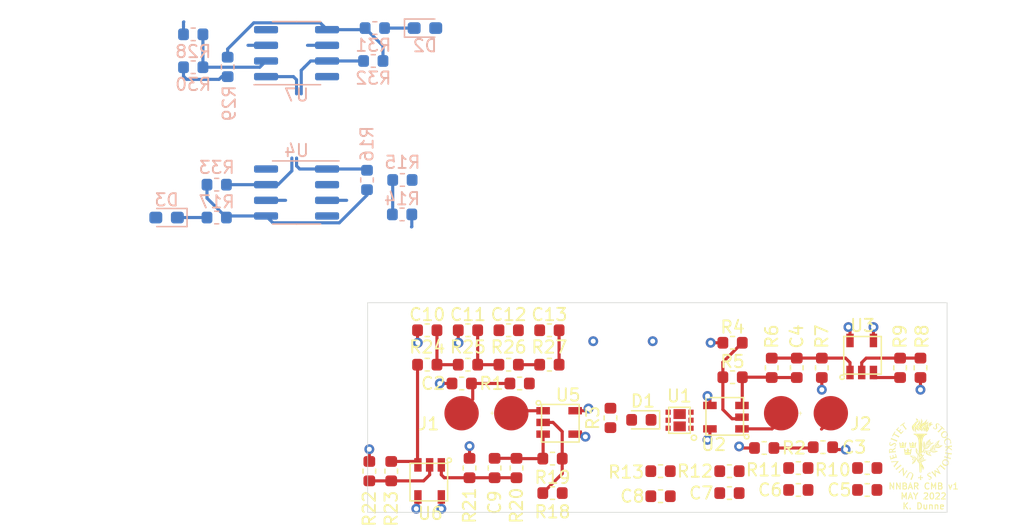
<source format=kicad_pcb>
(kicad_pcb (version 20211014) (generator pcbnew)
  (layers (0 "F.Cu" signal) (1 "In1.Cu" power) (2 "In2.Cu" power) (31 "B.Cu" signal) (34 "B.Paste" user) (35 "F.Paste" user) (36 "B.SilkS" user "B.Silkscreen") (37 "F.SilkS" user "F.Silkscreen") (38 "B.Mask" user) (39 "F.Mask" user) (44 "Edge.Cuts" user))
  (net 0 "")
  (net 1 "GND")
  (net 2 "+48V")
  (net 3 "/5V")
  (net 4 "Net-(U1-Pad1)")
  (net 5 "Net-(U1-Pad2)")
  (net 6 "Net-(U1-Pad6)")
  (net 7 "Net-(C4-Pad1)")
  (net 8 "Net-(C4-Pad2)")
  (net 9 "Net-(C5-Pad1)")
  (net 10 "Net-(R4-Pad1)")
  (net 11 "Net-(R8-Pad1)")
  (net 12 "Net-(R10-Pad1)")
  (net 13 "/LED_ON")
  (net 14 "/SIPM2/+5V")
  (net 15 "/SIPM2/-5V")
  (net 16 "/SIPM1/+5V")
  (net 17 "/SIPM1/-5V")
  (net 18 "/SIPM_2_P")
  (net 19 "/SIPM_2_N")
  (net 20 "/SIPM_1_P")
  (net 21 "/SIPM_1_N")
  (net 22 "/SIPM_2_OUT")
  (net 23 "/SIPM_1_OUT")
  (net 24 "/SIPM_1_BIAS")
  (net 25 "/SIPM_2_BIAS")
  (net 26 "Net-(C6-Pad1)")
  (net 27 "Net-(C7-Pad1)")
  (net 28 "Net-(C9-Pad1)")
  (net 29 "Net-(D1-Pad1)")
  (net 30 "Net-(D1-Pad2)")
  (net 31 "Net-(C9-Pad2)")
  (net 32 "Net-(C10-Pad1)")
  (net 33 "Net-(C11-Pad1)")
  (net 34 "Net-(C12-Pad1)")
  (net 35 "Net-(R14-Pad1)")
  (net 36 "Net-(R18-Pad1)")
  (net 37 "Net-(R22-Pad1)")
  (net 38 "Net-(R23-Pad1)")
  (net 39 "Net-(R28-Pad1)")
  (net 40 "/SIPM2/FILTER_OUT_2")
  (net 41 "/SIPM1/FILTER_OUT_1")
  (net 42 "Net-(R16-Pad1)")
  (net 43 "Net-(D3-Pad1)")
  (net 44 "Net-(R29-Pad1)")
  (net 45 "Net-(D2-Pad1)")
  (net 46 "/SIPM2/5V")
  (net 47 "/SIPM1/5V")
  (footprint "nnbar-calo-prototype:OPA846" (layer "F.Cu") (at 139.125 105.661 90)
    (fp_text reference "U3" (at 3.81 1.016 180) (layer "F.SilkS"))
    (fp_text value "OPAMP" hide)
    (pad "1" smd rect locked (at 0 0 180) (size 0.6 1.1) (layers "F.Cu" "F.Paste" "F.Mask") (net 8 "Net-(C4-Pad2)"))
    (pad "2" smd rect locked (at 0 0.95 180) (size 0.6 1.1) (layers "F.Cu" "F.Paste" "F.Mask") (net 11 "Net-(R8-Pad1)"))
    (pad "3" smd rect locked (at 0 1.9 180) (size 0.6 1.1) (layers "F.Cu" "F.Paste" "F.Mask") (net 12 "Net-(R10-Pad1)"))
    (pad "4" smd rect locked (at 2.6 0 180) (size 0.6 1.1) (layers "F.Cu" "F.Paste" "F.Mask") (net 14 "/SIPM2/+5V"))
    (pad "5" smd rect locked (at 2.6 1.9 180) (size 0.6 1.1) (layers "F.Cu" "F.Paste" "F.Mask") (net 15 "/SIPM2/-5V"))
  )
  (footprint "gbtx-testboard:FDFMA3N109" (layer "F.Cu") (at 125.282 108.582 90)
    (fp_text reference "U1" (at 1.016 0 180) (layer "F.SilkS"))
    (fp_text value "FDFMA3N109")
    (pad "1" smd rect locked (at -1.6 0.95 90) (size 0.42 0.42) (layers "F.Cu" "F.Paste" "F.Mask") (net 4 "Net-(U1-Pad1)"))
    (pad "2" smd rect locked (at -0.95 0.95 90) (size 0.42 0.42) (layers "F.Cu" "F.Paste" "F.Mask") (net 5 "Net-(U1-Pad2)"))
    (pad "3" smd rect locked (at -0.45 0.0254 90) (size 0.8 1) (layers "F.Cu" "F.Paste" "F.Mask") (net 29 "Net-(D1-Pad1)"))
    (pad "3" smd rect locked (at -0.3 0.95 90) (size 0.42 0.42) (layers "F.Cu" "F.Paste" "F.Mask") (net 29 "Net-(D1-Pad1)"))
    (pad "4" smd rect locked (at -0.3 -0.91 90) (size 0.42 0.42) (layers "F.Cu" "F.Paste" "F.Mask") (net 1 "GND"))
    (pad "5" smd rect locked (at -0.95 -0.91 90) (size 0.42 0.42) (layers "F.Cu" "F.Paste" "F.Mask") (net 13 "/LED_ON"))
    (pad "6" smd rect locked (at -1.6 -0.91 90) (size 0.42 0.42) (layers "F.Cu" "F.Paste" "F.Mask") (net 6 "Net-(U1-Pad6)"))
    (pad "K" smd rect locked (at -1.4478 0.0254 90) (size 0.8 1) (layers "F.Cu" "F.Paste" "F.Mask"))
  )
  (footprint "Capacitor_SMD:C_0603_1608Metric" (layer "F.Cu") (at 134.807 105.28 90)
    (fp_text reference "C4" (at 2.54 0 90) (layer "F.SilkS"))
    (fp_text value "20p")
    (pad "1" smd roundrect locked (at -0.7875 0 90) (size 0.875 0.95) (layers "F.Cu" "F.Paste" "F.Mask") (net 7 "Net-(C4-Pad1)"))
    (pad "2" smd roundrect locked (at 0.7875 0 90) (size 0.875 0.95) (layers "F.Cu" "F.Paste" "F.Mask") (net 8 "Net-(C4-Pad2)"))
  )
  (footprint "Capacitor_SMD:C_0603_1608Metric" (layer "F.Cu") (at 110.296 113.408 -90)
    (fp_text reference "C9" (at 2.794 0 90) (layer "F.SilkS"))
    (fp_text value "20p")
    (pad "1" smd roundrect locked (at -0.7875 0 270) (size 0.875 0.95) (layers "F.Cu" "F.Paste" "F.Mask") (net 28 "Net-(C9-Pad1)"))
    (pad "2" smd roundrect locked (at 0.7875 0 270) (size 0.875 0.95) (layers "F.Cu" "F.Paste" "F.Mask") (net 31 "Net-(C9-Pad2)"))
  )
  (footprint "Diode_SMD:D_0603_1608Metric" (layer "F.Cu") (at 122.2 109.5 180)
    (fp_text reference "D1" (at -0.127 1.524) (layer "F.SilkS"))
    (fp_text value "LED")
    (pad "1" smd roundrect locked (at -0.7875 0 180) (size 0.875 0.95) (layers "F.Cu" "F.Paste" "F.Mask") (net 29 "Net-(D1-Pad1)"))
    (pad "2" smd roundrect locked (at 0.7875 0 180) (size 0.875 0.95) (layers "F.Cu" "F.Paste" "F.Mask") (net 30 "Net-(D1-Pad2)"))
  )
  (footprint "Resistor_SMD:R_0603_1608Metric" (layer "F.Cu") (at 144.84 105.28 -90)
    (fp_text reference "R8" (at -2.54 -0.127 90) (layer "F.SilkS"))
    (fp_text value "1k")
    (pad "1" smd roundrect locked (at -0.7875 0 270) (size 0.875 0.95) (layers "F.Cu" "F.Paste" "F.Mask") (net 11 "Net-(R8-Pad1)"))
    (pad "2" smd roundrect locked (at 0.7875 0 270) (size 0.875 0.95) (layers "F.Cu" "F.Paste" "F.Mask") (net 1 "GND"))
  )
  (footprint "Resistor_SMD:R_0603_1608Metric" (layer "F.Cu") (at 114.995 115.44)
    (fp_text reference "R18" (at 0 1.524) (layer "F.SilkS"))
    (fp_text value "51")
    (pad "1" smd roundrect locked (at -0.7875 0) (size 0.875 0.95) (layers "F.Cu" "F.Paste" "F.Mask") (net 36 "Net-(R18-Pad1)"))
    (pad "2" smd roundrect locked (at 0.7875 0) (size 0.875 0.95) (layers "F.Cu" "F.Paste" "F.Mask") (net 1 "GND"))
  )
  (footprint "Resistor_SMD:R_0603_1608Metric" (layer "F.Cu") (at 114.995 112.646)
    (fp_text reference "R19" (at 0 1.524) (layer "F.SilkS"))
    (fp_text value "1k")
    (pad "1" smd roundrect locked (at -0.7875 0) (size 0.875 0.95) (layers "F.Cu" "F.Paste" "F.Mask") (net 28 "Net-(C9-Pad1)"))
    (pad "2" smd roundrect locked (at 0.7875 0) (size 0.875 0.95) (layers "F.Cu" "F.Paste" "F.Mask") (net 36 "Net-(R18-Pad1)"))
  )
  (footprint "Resistor_SMD:R_0603_1608Metric" (layer "F.Cu") (at 112.074 113.408 -90)
    (fp_text reference "R20" (at 3.048 0 90) (layer "F.SilkS"))
    (fp_text value "2200")
    (pad "1" smd roundrect locked (at -0.7875 0 270) (size 0.875 0.95) (layers "F.Cu" "F.Paste" "F.Mask") (net 28 "Net-(C9-Pad1)"))
    (pad "2" smd roundrect locked (at 0.7875 0 270) (size 0.875 0.95) (layers "F.Cu" "F.Paste" "F.Mask") (net 31 "Net-(C9-Pad2)"))
  )
  (footprint "Resistor_SMD:R_0603_1608Metric" (layer "F.Cu") (at 108.264 113.408 90)
    (fp_text reference "R21" (at -3.048 0 90) (layer "F.SilkS"))
    (fp_text value "220")
    (pad "1" smd roundrect locked (at -0.7875 0 90) (size 0.875 0.95) (layers "F.Cu" "F.Paste" "F.Mask") (net 31 "Net-(C9-Pad2)"))
    (pad "2" smd roundrect locked (at 0.7875 0 90) (size 0.875 0.95) (layers "F.Cu" "F.Paste" "F.Mask") (net 1 "GND"))
  )
  (footprint "Resistor_SMD:R_0603_1608Metric" (layer "F.Cu") (at 100.136 113.662 90)
    (fp_text reference "R22" (at -3.048 0 90) (layer "F.SilkS"))
    (fp_text value "1k")
    (pad "1" smd roundrect locked (at -0.7875 0 90) (size 0.875 0.95) (layers "F.Cu" "F.Paste" "F.Mask") (net 37 "Net-(R22-Pad1)"))
    (pad "2" smd roundrect locked (at 0.7875 0 90) (size 0.875 0.95) (layers "F.Cu" "F.Paste" "F.Mask") (net 1 "GND"))
  )
  (footprint "Resistor_SMD:R_0603_1608Metric" (layer "F.Cu") (at 129.6 106.042 180)
    (fp_text reference "R5" (at 0 1.27) (layer "F.SilkS"))
    (fp_text value "1k")
    (pad "1" smd roundrect locked (at -0.7875 0 180) (size 0.875 0.95) (layers "F.Cu" "F.Paste" "F.Mask") (net 7 "Net-(C4-Pad1)"))
    (pad "2" smd roundrect locked (at 0.7875 0 180) (size 0.875 0.95) (layers "F.Cu" "F.Paste" "F.Mask") (net 10 "Net-(R4-Pad1)"))
  )
  (footprint "gbtx-testboard:POGO" (layer "F.Cu") (at 109.62036 108.963)
    (fp_text reference "J1" (at -4.6736 0.8636) (layer "F.SilkS"))
    (fp_text value "POGO PINS")
    (pad "1" smd circle locked (at -2 0) (size 2.79 2.79) (layers "F.Cu" "F.Paste" "F.Mask") (net 24 "/SIPM_1_BIAS"))
    (pad "2" smd circle locked (at 2.03 0) (size 2.79 2.79) (layers "F.Cu" "F.Paste" "F.Mask") (net 23 "/SIPM_1_OUT"))
  )
  (footprint "Resistor_SMD:R_0603_1608Metric" (layer "F.Cu") (at 132.775 105.28 90)
    (fp_text reference "R6" (at 2.54 0 90) (layer "F.SilkS"))
    (fp_text value "2200")
    (pad "1" smd roundrect locked (at -0.7875 0 90) (size 0.875 0.95) (layers "F.Cu" "F.Paste" "F.Mask") (net 7 "Net-(C4-Pad1)"))
    (pad "2" smd roundrect locked (at 0.7875 0 90) (size 0.875 0.95) (layers "F.Cu" "F.Paste" "F.Mask") (net 8 "Net-(C4-Pad2)"))
  )
  (footprint "Resistor_SMD:R_0603_1608Metric" (layer "F.Cu") (at 136.839 105.28 -90)
    (fp_text reference "R7" (at -2.54 0 90) (layer "F.SilkS"))
    (fp_text value "220")
    (pad "1" smd roundrect locked (at -0.7875 0 270) (size 0.875 0.95) (layers "F.Cu" "F.Paste" "F.Mask") (net 8 "Net-(C4-Pad2)"))
    (pad "2" smd roundrect locked (at 0.7875 0 270) (size 0.875 0.95) (layers "F.Cu" "F.Paste" "F.Mask") (net 1 "GND"))
  )
  (footprint "proasic:su-logo-5mm" (layer "F.Cu") (at 144.84 111.884)
    (fp_text reference "G***" hide)
    (fp_text value "LOGO" hide)
  )
  (footprint "nnbar-calo-prototype:OPA846" (layer "F.Cu") (at 115.63 109.7758)
    (fp_text reference "U5" (at 0.635 -2.286) (layer "F.SilkS"))
    (fp_text value "OPAMP" hide)
    (pad "1" smd rect locked (at -1.397 -1.016 90) (size 0.6 1.1) (layers "F.Cu" "F.Paste" "F.Mask") (net 23 "/SIPM_1_OUT"))
    (pad "2" smd rect locked (at -1.397 -0.066 90) (size 0.6 1.1) (layers "F.Cu" "F.Paste" "F.Mask") (net 36 "Net-(R18-Pad1)"))
    (pad "3" smd rect locked (at -1.397 0.884 90) (size 0.6 1.1) (layers "F.Cu" "F.Paste" "F.Mask") (net 28 "Net-(C9-Pad1)"))
    (pad "4" smd rect locked (at 1.203 -1.016 90) (size 0.6 1.1) (layers "F.Cu" "F.Paste" "F.Mask") (net 16 "/SIPM1/+5V"))
    (pad "5" smd rect locked (at 1.203 0.884 90) (size 0.6 1.1) (layers "F.Cu" "F.Paste" "F.Mask") (net 17 "/SIPM1/-5V"))
  )
  (footprint "nnbar-calo-prototype:OPA846" (layer "F.Cu") (at 105.978 113.154 -90)
    (fp_text reference "U6" (at 3.937 0.889 180) (layer "F.SilkS"))
    (fp_text value "OPAMP" hide)
    (pad "1" smd rect locked (at 0 0) (size 0.6 1.1) (layers "F.Cu" "F.Paste" "F.Mask") (net 31 "Net-(C9-Pad2)"))
    (pad "2" smd rect locked (at 0 0.95) (size 0.6 1.1) (layers "F.Cu" "F.Paste" "F.Mask") (net 37 "Net-(R22-Pad1)"))
    (pad "3" smd rect locked (at 0 1.9) (size 0.6 1.1) (layers "F.Cu" "F.Paste" "F.Mask") (net 38 "Net-(R23-Pad1)"))
    (pad "4" smd rect locked (at 2.6 0) (size 0.6 1.1) (layers "F.Cu" "F.Paste" "F.Mask") (net 16 "/SIPM1/+5V"))
    (pad "5" smd rect locked (at 2.6 1.9) (size 0.6 1.1) (layers "F.Cu" "F.Paste" "F.Mask") (net 17 "/SIPM1/-5V"))
  )
  (footprint "nnbar-calo-prototype:OPA846" (layer "F.Cu") (at 130.362 110.233 180)
    (fp_text reference "U2" (at 2.286 -1.27) (layer "F.SilkS"))
    (fp_text value "OPAMP" hide)
    (pad "1" smd rect locked (at 0 0 270) (size 0.6 1.1) (layers "F.Cu" "F.Paste" "F.Mask") (net 22 "/SIPM_2_OUT"))
    (pad "2" smd rect locked (at 0 0.95 270) (size 0.6 1.1) (layers "F.Cu" "F.Paste" "F.Mask") (net 10 "Net-(R4-Pad1)"))
    (pad "3" smd rect locked (at 0 1.9 270) (size 0.6 1.1) (layers "F.Cu" "F.Paste" "F.Mask") (net 7 "Net-(C4-Pad1)"))
    (pad "4" smd rect locked (at 2.6 0 270) (size 0.6 1.1) (layers "F.Cu" "F.Paste" "F.Mask") (net 14 "/SIPM2/+5V"))
    (pad "5" smd rect locked (at 2.6 1.9 270) (size 0.6 1.1) (layers "F.Cu" "F.Paste" "F.Mask") (net 15 "/SIPM2/-5V"))
  )
  (footprint "Capacitor_SMD:C_0603_1608Metric" (layer "F.Cu") (at 111.439 102.232 180)
    (fp_text reference "C12" (at 0 1.27) (layer "F.SilkS"))
    (fp_text value "500p")
    (pad "1" smd roundrect locked (at -0.7875 0 180) (size 0.875 0.95) (layers "F.Cu" "F.Paste" "F.Mask") (net 34 "Net-(C12-Pad1)"))
    (pad "2" smd roundrect locked (at 0.7875 0 180) (size 0.875 0.95) (layers "F.Cu" "F.Paste" "F.Mask") (net 1 "GND"))
  )
  (footprint "Capacitor_SMD:C_0603_1608Metric" (layer "F.Cu") (at 107.629 106.55 180)
    (fp_text reference "C2" (at 2.3115 0) (layer "F.SilkS"))
    (fp_text value "C_Small")
    (pad "1" smd roundrect locked (at -0.7875 0 180) (size 0.875 0.95) (layers "F.Cu" "F.Paste" "F.Mask") (net 24 "/SIPM_1_BIAS"))
    (pad "2" smd roundrect locked (at 0.7875 0 180) (size 0.875 0.95) (layers "F.Cu" "F.Paste" "F.Mask") (net 1 "GND"))
  )
  (footprint "Resistor_SMD:R_0603_1608Metric" (layer "F.Cu") (at 114.741 105.026)
    (fp_text reference "R27" (at 0 -1.43) (layer "F.SilkS"))
    (fp_text value "20")
    (pad "1" smd roundrect locked (at -0.7875 0) (size 0.875 0.95) (layers "F.Cu" "F.Paste" "F.Mask") (net 34 "Net-(C12-Pad1)"))
    (pad "2" smd roundrect locked (at 0.7875 0) (size 0.875 0.95) (layers "F.Cu" "F.Paste" "F.Mask") (net 41 "/SIPM1/FILTER_OUT_1"))
  )
  (footprint "Resistor_SMD:R_0603_1608Metric" (layer "F.Cu") (at 111.439 105.026)
    (fp_text reference "R26" (at 0 -1.43) (layer "F.SilkS"))
    (fp_text value "20")
    (pad "1" smd roundrect locked (at -0.7875 0) (size 0.875 0.95) (layers "F.Cu" "F.Paste" "F.Mask") (net 33 "Net-(C11-Pad1)"))
    (pad "2" smd roundrect locked (at 0.7875 0) (size 0.875 0.95) (layers "F.Cu" "F.Paste" "F.Mask") (net 34 "Net-(C12-Pad1)"))
  )
  (footprint "Capacitor_SMD:C_0603_1608Metric" (layer "F.Cu") (at 108.137 102.232 180)
    (fp_text reference "C11" (at 0 1.27) (layer "F.SilkS"))
    (fp_text value "500p")
    (pad "1" smd roundrect locked (at -0.7875 0 180) (size 0.875 0.95) (layers "F.Cu" "F.Paste" "F.Mask") (net 33 "Net-(C11-Pad1)"))
    (pad "2" smd roundrect locked (at 0.7875 0 180) (size 0.875 0.95) (layers "F.Cu" "F.Paste" "F.Mask") (net 1 "GND"))
  )
  (footprint "Capacitor_SMD:C_0603_1608Metric" (layer "F.Cu") (at 114.741 102.232 180)
    (fp_text reference "C13" (at 0 1.27) (layer "F.SilkS"))
    (fp_text value "500p")
    (pad "1" smd roundrect locked (at -0.7875 0 180) (size 0.875 0.95) (layers "F.Cu" "F.Paste" "F.Mask") (net 41 "/SIPM1/FILTER_OUT_1"))
    (pad "2" smd roundrect locked (at 0.7875 0 180) (size 0.875 0.95) (layers "F.Cu" "F.Paste" "F.Mask") (net 1 "GND"))
  )
  (footprint "Resistor_SMD:R_0603_1608Metric" (layer "F.Cu") (at 104.835 105.026)
    (fp_text reference "R24" (at 0 -1.43) (layer "F.SilkS"))
    (fp_text value "20")
    (pad "1" smd roundrect locked (at -0.7875 0) (size 0.875 0.95) (layers "F.Cu" "F.Paste" "F.Mask") (net 38 "Net-(R23-Pad1)"))
    (pad "2" smd roundrect locked (at 0.7875 0) (size 0.875 0.95) (layers "F.Cu" "F.Paste" "F.Mask") (net 32 "Net-(C10-Pad1)"))
  )
  (footprint "Resistor_SMD:R_0603_1608Metric" (layer "F.Cu") (at 108.137 105.026)
    (fp_text reference "R25" (at 0 -1.43) (layer "F.SilkS"))
    (fp_text value "20")
    (pad "1" smd roundrect locked (at -0.7875 0) (size 0.875 0.95) (layers "F.Cu" "F.Paste" "F.Mask") (net 32 "Net-(C10-Pad1)"))
    (pad "2" smd roundrect locked (at 0.7875 0) (size 0.875 0.95) (layers "F.Cu" "F.Paste" "F.Mask") (net 33 "Net-(C11-Pad1)"))
  )
  (footprint "Resistor_SMD:R_0603_1608Metric" (layer "F.Cu") (at 119.694 109.344 90)
    (fp_text reference "R3" (at 0 -1.43 90) (layer "F.SilkS"))
    (fp_text value "R_Small")
    (pad "1" smd roundrect locked (at -0.7875 0 90) (size 0.875 0.95) (layers "F.Cu" "F.Paste" "F.Mask") (net 30 "Net-(D1-Pad2)"))
    (pad "2" smd roundrect locked (at 0.7875 0 90) (size 0.875 0.95) (layers "F.Cu" "F.Paste" "F.Mask") (net 3 "/5V"))
  )
  (footprint "Resistor_SMD:R_0603_1608Metric" (layer "F.Cu") (at 112.328 106.55)
    (fp_text reference "R1" (at -2.286 0) (layer "F.SilkS"))
    (fp_text value "R_Small")
    (pad "1" smd roundrect locked (at -0.7875 0) (size 0.875 0.95) (layers "F.Cu" "F.Paste" "F.Mask") (net 24 "/SIPM_1_BIAS"))
    (pad "2" smd roundrect locked (at 0.7875 0) (size 0.875 0.95) (layers "F.Cu" "F.Paste" "F.Mask") (net 2 "+48V"))
  )
  (footprint "Resistor_SMD:R_0603_1608Metric" (layer "F.Cu") (at 143.189 105.28 90)
    (fp_text reference "R9" (at 2.54 0 90) (layer "F.SilkS"))
    (fp_text value "18k")
    (pad "1" smd roundrect locked (at -0.7875 0 90) (size 0.875 0.95) (layers "F.Cu" "F.Paste" "F.Mask") (net 12 "Net-(R10-Pad1)"))
    (pad "2" smd roundrect locked (at 0.7875 0 90) (size 0.875 0.95) (layers "F.Cu" "F.Paste" "F.Mask") (net 11 "Net-(R8-Pad1)"))
  )
  (footprint "Resistor_SMD:R_0603_1608Metric" (layer "F.Cu") (at 101.914 113.662 -90)
    (fp_text reference "R23" (at 3.048 0 90) (layer "F.SilkS"))
    (fp_text value "18k")
    (pad "1" smd roundrect locked (at -0.7875 0 270) (size 0.875 0.95) (layers "F.Cu" "F.Paste" "F.Mask") (net 38 "Net-(R23-Pad1)"))
    (pad "2" smd roundrect locked (at 0.7875 0 270) (size 0.875 0.95) (layers "F.Cu" "F.Paste" "F.Mask") (net 37 "Net-(R22-Pad1)"))
  )
  (footprint "Capacitor_SMD:C_0603_1608Metric" (layer "F.Cu") (at 104.835 102.232 180)
    (fp_text reference "C10" (at 0 1.27) (layer "F.SilkS"))
    (fp_text value "500p")
    (pad "1" smd roundrect locked (at -0.7875 0 180) (size 0.875 0.95) (layers "F.Cu" "F.Paste" "F.Mask") (net 32 "Net-(C10-Pad1)"))
    (pad "2" smd roundrect locked (at 0.7875 0 180) (size 0.875 0.95) (layers "F.Cu" "F.Paste" "F.Mask") (net 1 "GND"))
  )
  (footprint "Resistor_SMD:R_0603_1608Metric" (layer "F.Cu") (at 129.6 103.248 180)
    (fp_text reference "R4" (at 0 1.27) (layer "F.SilkS"))
    (fp_text value "51")
    (pad "1" smd roundrect locked (at -0.7875 0 180) (size 0.875 0.95) (layers "F.Cu" "F.Paste" "F.Mask") (net 10 "Net-(R4-Pad1)"))
    (pad "2" smd roundrect locked (at 0.7875 0 180) (size 0.875 0.95) (layers "F.Cu" "F.Paste" "F.Mask") (net 1 "GND"))
  )
  (footprint "gbtx-testboard:POGO" (layer "F.Cu") (at 135.569 108.963 180)
    (fp_text reference "J2" (at -4.445 -0.8636) (layer "F.SilkS"))
    (fp_text value "POGO PINS")
    (pad "1" smd circle locked (at -2 0 180) (size 2.79 2.79) (layers "F.Cu" "F.Paste" "F.Mask") (net 25 "/SIPM_2_BIAS"))
    (pad "2" smd circle locked (at 2.03 0 180) (size 2.79 2.79) (layers "F.Cu" "F.Paste" "F.Mask") (net 22 "/SIPM_2_OUT"))
  )
  (footprint "Resistor_SMD:R_0603_1608Metric" (layer "F.Cu") (at 140.522 113.408 180)
    (fp_text reference "R10" (at 2.794 -0.1524) (layer "F.SilkS"))
    (fp_text value "20")
    (pad "1" smd roundrect locked (at -0.7875 0 180) (size 0.875 0.95) (layers "F.Cu" "F.Paste" "F.Mask") (net 12 "Net-(R10-Pad1)"))
    (pad "2" smd roundrect locked (at 0.7875 0 180) (size 0.875 0.95) (layers "F.Cu" "F.Paste" "F.Mask") (net 9 "Net-(C5-Pad1)"))
  )
  (footprint "Resistor_SMD:R_0603_1608Metric" (layer "F.Cu") (at 134.934 113.408 180)
    (fp_text reference "R11" (at 2.794 -0.1524) (layer "F.SilkS"))
    (fp_text value "20")
    (pad "1" smd roundrect locked (at -0.7875 0 180) (size 0.875 0.95) (layers "F.Cu" "F.Paste" "F.Mask") (net 9 "Net-(C5-Pad1)"))
    (pad "2" smd roundrect locked (at 0.7875 0 180) (size 0.875 0.95) (layers "F.Cu" "F.Paste" "F.Mask") (net 26 "Net-(C6-Pad1)"))
  )
  (footprint "Capacitor_SMD:C_0603_1608Metric" (layer "F.Cu") (at 140.522 115.186)
    (fp_text reference "C5" (at -2.2606 0) (layer "F.SilkS"))
    (fp_text value "500p")
    (pad "1" smd roundrect locked (at -0.7875 0) (size 0.875 0.95) (layers "F.Cu" "F.Paste" "F.Mask") (net 9 "Net-(C5-Pad1)"))
    (pad "2" smd roundrect locked (at 0.7875 0) (size 0.875 0.95) (layers "F.Cu" "F.Paste" "F.Mask") (net 1 "GND"))
  )
  (footprint "Resistor_SMD:R_0603_1608Metric" (layer "F.Cu") (at 129.346 113.662 180)
    (fp_text reference "R12" (at 2.794 0) (layer "F.SilkS"))
    (fp_text value "20")
    (pad "1" smd roundrect locked (at -0.7875 0 180) (size 0.875 0.95) (layers "F.Cu" "F.Paste" "F.Mask") (net 26 "Net-(C6-Pad1)"))
    (pad "2" smd roundrect locked (at 0.7875 0 180) (size 0.875 0.95) (layers "F.Cu" "F.Paste" "F.Mask") (net 27 "Net-(C7-Pad1)"))
  )
  (footprint "Capacitor_SMD:C_0603_1608Metric" (layer "F.Cu") (at 136.9279 111.7189)
    (fp_text reference "C3" (at 2.54 0) (layer "F.SilkS"))
    (fp_text value "C_Small")
    (pad "1" smd roundrect locked (at -0.7875 0) (size 0.875 0.95) (layers "F.Cu" "F.Paste" "F.Mask") (net 25 "/SIPM_2_BIAS"))
    (pad "2" smd roundrect locked (at 0.7875 0) (size 0.875 0.95) (layers "F.Cu" "F.Paste" "F.Mask") (net 1 "GND"))
  )
  (footprint "Capacitor_SMD:C_0603_1608Metric" (layer "F.Cu") (at 134.934 115.186)
    (fp_text reference "C6" (at -2.286 0) (layer "F.SilkS"))
    (fp_text value "500p")
    (pad "1" smd roundrect locked (at -0.7875 0) (size 0.875 0.95) (layers "F.Cu" "F.Paste" "F.Mask") (net 26 "Net-(C6-Pad1)"))
    (pad "2" smd roundrect locked (at 0.7875 0) (size 0.875 0.95) (layers "F.Cu" "F.Paste" "F.Mask") (net 1 "GND"))
  )
  (footprint "MountingHole:MountingHole_2.2mm_M2" (layer "F.Cu") (at 143.7638 110.2584)
    (fp_text reference "REF**" hide)
    (fp_text value "MountingHole_2.2mm_M2")
    (pad "" np_thru_hole circle locked (at -0.2638 -1.7584) (size 2.2 2.2) (drill 2.2) (layers *.Cu *.Mask))
  )
  (footprint "Capacitor_SMD:C_0603_1608Metric" (layer "F.Cu") (at 129.346 115.44)
    (fp_text reference "C7" (at -2.286 0) (layer "F.SilkS"))
    (fp_text value "500p")
    (pad "1" smd roundrect locked (at -0.7875 0) (size 0.875 0.95) (layers "F.Cu" "F.Paste" "F.Mask") (net 27 "Net-(C7-Pad1)"))
    (pad "2" smd roundrect locked (at 0.7875 0) (size 0.875 0.95) (layers "F.Cu" "F.Paste" "F.Mask") (net 1 "GND"))
  )
  (footprint "Resistor_SMD:R_0603_1608Metric" (layer "F.Cu") (at 132.1654 111.7824 180)
    (fp_text reference "R2" (at -2.413 0) (layer "F.SilkS"))
    (fp_text value "R_Small")
    (pad "1" smd roundrect locked (at -0.7875 0 180) (size 0.875 0.95) (layers "F.Cu" "F.Paste" "F.Mask") (net 25 "/SIPM_2_BIAS"))
    (pad "2" smd roundrect locked (at 0.7875 0 180) (size 0.875 0.95) (layers "F.Cu" "F.Paste" "F.Mask") (net 2 "+48V"))
  )
  (footprint "Capacitor_SMD:C_0603_1608Metric" (layer "F.Cu") (at 123.758 115.694)
    (fp_text reference "C8" (at -2.286 0) (layer "F.SilkS"))
    (fp_text value "500p")
    (pad "1" smd roundrect locked (at -0.7875 0) (size 0.875 0.95) (layers "F.Cu" "F.Paste" "F.Mask") (net 40 "/SIPM2/FILTER_OUT_2"))
    (pad "2" smd roundrect locked (at 0.7875 0) (size 0.875 0.95) (layers "F.Cu" "F.Paste" "F.Mask") (net 1 "GND"))
  )
  (footprint "Resistor_SMD:R_0603_1608Metric" (layer "F.Cu") (at 123.758 113.662 180)
    (fp_text reference "R13" (at 2.794 -0.0762) (layer "F.SilkS"))
    (fp_text value "20")
    (pad "1" smd roundrect locked (at -0.7875 0 180) (size 0.875 0.95) (layers "F.Cu" "F.Paste" "F.Mask") (net 27 "Net-(C7-Pad1)"))
    (pad "2" smd roundrect locked (at 0.7875 0 180) (size 0.875 0.95) (layers "F.Cu" "F.Paste" "F.Mask") (net 40 "/SIPM2/FILTER_OUT_2"))
  )
  (footprint "MountingHole:MountingHole_2.2mm_M2" (layer "F.Cu") (at 103.5 108.5)
    (fp_text reference "REF**" hide)
    (fp_text value "MountingHole_2.2mm_M2")
    (pad "" np_thru_hole circle locked (at -1 0) (size 2.2 2.2) (drill 2.2) (layers *.Cu *.Mask))
  )
  (footprint "Resistor_SMD:R_0603_1608Metric" (layer "B.Cu") (at 85.852 78.232 180)
    (fp_text reference "R28" (at 0 -1.397) (layer "B.SilkS") (effects (justify mirror)))
    (fp_text value "1k")
    (pad "1" smd roundrect locked (at -0.7875 0 180) (size 0.875 0.95) (layers "B.Cu" "B.Paste" "B.Mask") (net 39 "Net-(R28-Pad1)"))
    (pad "2" smd roundrect locked (at 0.7875 0 180) (size 0.875 0.95) (layers "B.Cu" "B.Paste" "B.Mask") (net 1 "GND"))
  )
  (footprint "Resistor_SMD:R_0603_1608Metric" (layer "B.Cu") (at 85.852 80.899)
    (fp_text reference "R30" (at 0 1.397) (layer "B.SilkS") (effects (justify mirror)))
    (fp_text value "10k")
    (pad "1" smd roundrect locked (at -0.7875 0) (size 0.875 0.95) (layers "B.Cu" "B.Paste" "B.Mask") (net 20 "/SIPM_1_P"))
    (pad "2" smd roundrect locked (at 0.7875 0) (size 0.875 0.95) (layers "B.Cu" "B.Paste" "B.Mask") (net 39 "Net-(R28-Pad1)"))
  )
  (footprint "Resistor_SMD:R_0603_1608Metric" (layer "B.Cu") (at 88.646 80.8735 -90)
    (fp_text reference "R29" (at 2.9465 -0.127 90) (layer "B.SilkS") (effects (justify mirror)))
    (fp_text value "100")
    (pad "1" smd roundrect locked (at -0.7875 0 270) (size 0.875 0.95) (layers "B.Cu" "B.Paste" "B.Mask") (net 44 "Net-(R29-Pad1)"))
    (pad "2" smd roundrect locked (at 0.7875 0 270) (size 0.875 0.95) (layers "B.Cu" "B.Paste" "B.Mask") (net 20 "/SIPM_1_P"))
  )
  (footprint "Package_SO:SOIC-8_3.9x4.9mm_P1.27mm" (layer "B.Cu") (at 94.234 79.756)
    (fp_text reference "U7" (at 0 3.4) (layer "B.SilkS") (effects (justify mirror)))
    (fp_text value "AD8039")
    (pad "1" smd roundrect locked (at -2.475 1.905) (size 1.95 0.6) (layers "B.Cu" "B.Paste" "B.Mask") (net 20 "/SIPM_1_P"))
    (pad "2" smd roundrect locked (at -2.475 0.635) (size 1.95 0.6) (layers "B.Cu" "B.Paste" "B.Mask") (net 39 "Net-(R28-Pad1)"))
    (pad "3" smd roundrect locked (at -2.475 -0.635) (size 1.95 0.6) (layers "B.Cu" "B.Paste" "B.Mask") (net 41 "/SIPM1/FILTER_OUT_1"))
    (pad "4" smd roundrect locked (at -2.475 -1.905) (size 1.95 0.6) (layers "B.Cu" "B.Paste" "B.Mask") (net 17 "/SIPM1/-5V"))
    (pad "5" smd roundrect locked (at 2.475 -1.905) (size 1.95 0.6) (layers "B.Cu" "B.Paste" "B.Mask") (net 44 "Net-(R29-Pad1)"))
    (pad "6" smd roundrect locked (at 2.475 -0.635) (size 1.95 0.6) (layers "B.Cu" "B.Paste" "B.Mask") (net 1 "GND"))
    (pad "7" smd roundrect locked (at 2.475 0.635) (size 1.95 0.6) (layers "B.Cu" "B.Paste" "B.Mask") (net 21 "/SIPM_1_N"))
    (pad "8" smd roundrect locked (at 2.475 1.905) (size 1.95 0.6) (layers "B.Cu" "B.Paste" "B.Mask") (net 47 "/SIPM1/5V"))
  )
  (footprint "Diode_SMD:D_0603_1608Metric_Pad1.05x0.95mm_HandSolder" (layer "B.Cu") (at 83.693 93.091 180)
    (fp_text reference "D3" (at 0 1.43) (layer "B.SilkS") (effects (justify mirror)))
    (fp_text value "D_Zener")
    (pad "1" smd roundrect locked (at -0.875 0 180) (size 1.05 0.95) (layers "B.Cu" "B.Paste" "B.Mask") (net 43 "Net-(D3-Pad1)"))
    (pad "2" smd roundrect locked (at 0.875 0 180) (size 1.05 0.95) (layers "B.Cu" "B.Paste" "B.Mask") (net 15 "/SIPM2/-5V"))
  )
  (footprint "Resistor_SMD:R_0603_1608Metric" (layer "B.Cu") (at 87.757 90.424 180)
    (fp_text reference "R33" (at 0 1.397) (layer "B.SilkS") (effects (justify mirror)))
    (fp_text value "100")
    (pad "1" smd roundrect locked (at -0.7875 0 180) (size 0.875 0.95) (layers "B.Cu" "B.Paste" "B.Mask") (net 19 "/SIPM_2_N"))
    (pad "2" smd roundrect locked (at 0.7875 0 180) (size 0.875 0.95) (layers "B.Cu" "B.Paste" "B.Mask") (net 42 "Net-(R16-Pad1)"))
  )
  (footprint "Package_SO:SOIC-8_3.9x4.9mm_P1.27mm" (layer "B.Cu") (at 94.234 91.059 180)
    (fp_text reference "U4" (at 0 3.4) (layer "B.SilkS") (effects (justify mirror)))
    (fp_text value "AD8039")
    (pad "1" smd roundrect locked (at -2.475 1.905 180) (size 1.95 0.6) (layers "B.Cu" "B.Paste" "B.Mask") (net 18 "/SIPM_2_P"))
    (pad "2" smd roundrect locked (at -2.475 0.635 180) (size 1.95 0.6) (layers "B.Cu" "B.Paste" "B.Mask") (net 35 "Net-(R14-Pad1)"))
    (pad "3" smd roundrect locked (at -2.475 -0.635 180) (size 1.95 0.6) (layers "B.Cu" "B.Paste" "B.Mask") (net 40 "/SIPM2/FILTER_OUT_2"))
    (pad "4" smd roundrect locked (at -2.475 -1.905 180) (size 1.95 0.6) (layers "B.Cu" "B.Paste" "B.Mask") (net 15 "/SIPM2/-5V"))
    (pad "5" smd roundrect locked (at 2.475 -1.905 180) (size 1.95 0.6) (layers "B.Cu" "B.Paste" "B.Mask") (net 42 "Net-(R16-Pad1)"))
    (pad "6" smd roundrect locked (at 2.475 -0.635 180) (size 1.95 0.6) (layers "B.Cu" "B.Paste" "B.Mask") (net 1 "GND"))
    (pad "7" smd roundrect locked (at 2.475 0.635 180) (size 1.95 0.6) (layers "B.Cu" "B.Paste" "B.Mask") (net 19 "/SIPM_2_N"))
    (pad "8" smd roundrect locked (at 2.475 1.905 180) (size 1.95 0.6) (layers "B.Cu" "B.Paste" "B.Mask") (net 46 "/SIPM2/5V"))
  )
  (footprint "Resistor_SMD:R_0603_1608Metric" (layer "B.Cu") (at 99.949 90.043 90)
    (fp_text reference "R16" (at 2.921 0 90) (layer "B.SilkS") (effects (justify mirror)))
    (fp_text value "100")
    (pad "1" smd roundrect locked (at -0.7875 0 90) (size 0.875 0.95) (layers "B.Cu" "B.Paste" "B.Mask") (net 42 "Net-(R16-Pad1)"))
    (pad "2" smd roundrect locked (at 0.7875 0 90) (size 0.875 0.95) (layers "B.Cu" "B.Paste" "B.Mask") (net 18 "/SIPM_2_P"))
  )
  (footprint "Resistor_SMD:R_0603_1608Metric" (layer "B.Cu") (at 87.757 93.091 180)
    (fp_text reference "R17" (at 0 1.27) (layer "B.SilkS") (effects (justify mirror)))
    (fp_text value "100")
    (pad "1" smd roundrect locked (at -0.7875 0 180) (size 0.875 0.95) (layers "B.Cu" "B.Paste" "B.Mask") (net 42 "Net-(R16-Pad1)"))
    (pad "2" smd roundrect locked (at 0.7875 0 180) (size 0.875 0.95) (layers "B.Cu" "B.Paste" "B.Mask") (net 43 "Net-(D3-Pad1)"))
  )
  (footprint "Resistor_SMD:R_0603_1608Metric" (layer "B.Cu") (at 100.457 80.391)
    (fp_text reference "R32" (at 0 1.397) (layer "B.SilkS") (effects (justify mirror)))
    (fp_text value "100")
    (pad "1" smd roundrect locked (at -0.7875 0) (size 0.875 0.95) (layers "B.Cu" "B.Paste" "B.Mask") (net 21 "/SIPM_1_N"))
    (pad "2" smd roundrect locked (at 0.7875 0) (size 0.875 0.95) (layers "B.Cu" "B.Paste" "B.Mask") (net 44 "Net-(R29-Pad1)"))
  )
  (footprint "Resistor_SMD:R_0603_1608Metric" (layer "B.Cu") (at 100.584 77.724)
    (fp_text reference "R31" (at -0.127 1.397) (layer "B.SilkS") (effects (justify mirror)))
    (fp_text value "100")
    (pad "1" smd roundrect locked (at -0.7875 0) (size 0.875 0.95) (layers "B.Cu" "B.Paste" "B.Mask") (net 44 "Net-(R29-Pad1)"))
    (pad "2" smd roundrect locked (at 0.7875 0) (size 0.875 0.95) (layers "B.Cu" "B.Paste" "B.Mask") (net 45 "Net-(D2-Pad1)"))
  )
  (footprint "Diode_SMD:D_0603_1608Metric_Pad1.05x0.95mm_HandSolder" (layer "B.Cu") (at 104.648 77.724)
    (fp_text reference "D2" (at 0 1.43) (layer "B.SilkS") (effects (justify mirror)))
    (fp_text value "D_Zener")
    (pad "1" smd roundrect locked (at -0.875 0) (size 1.05 0.95) (layers "B.Cu" "B.Paste" "B.Mask") (net 45 "Net-(D2-Pad1)"))
    (pad "2" smd roundrect locked (at 0.875 0) (size 1.05 0.95) (layers "B.Cu" "B.Paste" "B.Mask") (net 17 "/SIPM1/-5V"))
  )
  (footprint "Resistor_SMD:R_0603_1608Metric" (layer "B.Cu") (at 102.7938 92.837)
    (fp_text reference "R14" (at 0 -1.27) (layer "B.SilkS") (effects (justify mirror)))
    (fp_text value "1k")
    (pad "1" smd roundrect locked (at -0.7875 0) (size 0.875 0.95) (layers "B.Cu" "B.Paste" "B.Mask") (net 35 "Net-(R14-Pad1)"))
    (pad "2" smd roundrect locked (at 0.7875 0) (size 0.875 0.95) (layers "B.Cu" "B.Paste" "B.Mask") (net 1 "GND"))
  )
  (footprint "Resistor_SMD:R_0603_1608Metric" (layer "B.Cu") (at 102.8193 90.043 180)
    (fp_text reference "R15" (at 0 1.43) (layer "B.SilkS") (effects (justify mirror)))
    (fp_text value "10k")
    (pad "1" smd roundrect locked (at -0.7875 0 180) (size 0.875 0.95) (layers "B.Cu" "B.Paste" "B.Mask") (net 18 "/SIPM_2_P"))
    (pad "2" smd roundrect locked (at 0.7875 0 180) (size 0.875 0.95) (layers "B.Cu" "B.Paste" "B.Mask") (net 35 "Net-(R14-Pad1)"))
  )
  (gr_line (start 100 117) (end 100 100) (layer "Edge.Cuts") (width 0.05))
  (gr_line (start 100 100) (end 147 100) (layer "Edge.Cuts") (width 0.05))
  (gr_line (start 147 100) (end 147 117) (layer "Edge.Cuts") (width 0.05))
  (gr_line (start 100 117) (end 147 117) (layer "Edge.Cuts") (width 0.05))
  (gr_text "NNBAR CMB v1\nMAY 2022\nK. Dunne" (at 145.094 115.694) (layer "F.SilkS") (effects (font (size 0.5 0.5) (thickness 0.08))))
  (segment (start 104.0475 102.232) (end 104.0475 103.2225) (width 0.254) (layer "F.Cu") (net 1))
  (segment (start 104.0475 103.2225) (end 104.073 103.248) (width 0.254) (layer "F.Cu") (net 1))
  (segment (start 106.8415 106.55) (end 105.851 106.55) (width 0.254) (layer "F.Cu") (net 1))
  (segment (start 107.3495 102.232) (end 107.3495 103.2225) (width 0.254) (layer "F.Cu") (net 1))
  (segment (start 107.3495 103.2225) (end 107.375 103.248) (width 0.254) (layer "F.Cu") (net 1))
  (segment (start 137.7789 111.9094) (end 138.7694 111.9094) (width 0.254) (layer "F.Cu") (net 1))
  (segment (start 136.839 106.0675) (end 136.839 107.058) (width 0.254) (layer "F.Cu") (net 1))
  (segment (start 128.8125 103.248) (end 127.822 103.248) (width 0.254) (layer "F.Cu") (net 1))
  (segment (start 144.84 106.0675) (end 144.84 107.058) (width 0.254) (layer "F.Cu") (net 1))
  (segment (start 100.136 112.8745) (end 100.136 111.884) (width 0.254) (layer "F.Cu") (net 1))
  (segment (start 108.264 112.6205) (end 108.264 111.63) (width 0.254) (layer "F.Cu") (net 1))
  (via (at 104.073 103.248) (size 0.8) (drill 0.4) (layers "F.Cu" "B.Cu") (net 1))
  (via (at 107.375 103.248) (size 0.8) (drill 0.4) (layers "F.Cu" "B.Cu") (net 1))
  (via (at 105.851 106.55) (size 0.8) (drill 0.4) (layers "F.Cu" "B.Cu") (net 1))
  (via (at 127.822 103.248) (size 0.8) (drill 0.4) (layers "F.Cu" "B.Cu") (net 1))
  (via (at 138.7694 111.9094) (size 0.8) (drill 0.4) (layers "F.Cu" "B.Cu") (net 1))
  (via (at 136.839 107.058) (size 0.8) (drill 0.4) (layers "F.Cu" "B.Cu") (net 1))
  (via (at 100.136 111.884) (size 0.8) (drill 0.4) (layers "F.Cu" "B.Cu") (net 1))
  (via (at 123.123 103.121) (size 0.8) (drill 0.4) (layers "F.Cu" "B.Cu") (net 1))
  (via (at 144.84 107.058) (size 0.8) (drill 0.4) (layers "F.Cu" "B.Cu") (net 1))
  (via (at 108.264 111.63) (size 0.8) (drill 0.4) (layers "F.Cu" "B.Cu") (net 1))
  (segment (start 91.759 91.694) (end 93.345 91.694) (width 0.254) (layer "B.Cu") (net 1))
  (segment (start 103.5813 92.837) (end 103.5813 93.8275) (width 0.254) (layer "B.Cu") (net 1))
  (segment (start 103.5813 93.8275) (end 103.5558 93.853) (width 0.254) (layer "B.Cu") (net 1))
  (segment (start 85.0645 77.2415) (end 85.09 77.216) (width 0.254) (layer "B.Cu") (net 1))
  (segment (start 85.0645 78.232) (end 85.0645 77.2415) (width 0.254) (layer "B.Cu") (net 1))
  (segment (start 96.709 79.121) (end 95.123 79.121) (width 0.254) (layer "B.Cu") (net 1))
  (segment (start 130.2604 111.7824) (end 130.1334 111.6554) (width 0.254) (layer "F.Cu") (net 2))
  (segment (start 131.3779 111.7824) (end 130.2604 111.7824) (width 0.254) (layer "F.Cu") (net 2))
  (via (at 130.1334 111.6554) (size 0.8) (drill 0.4) (layers "F.Cu" "B.Cu") (net 2))
  (segment (start 130.3875 108.4345) (end 130.362 108.46) (width 0.254) (layer "F.Cu") (net 7))
  (segment (start 130.3875 106.042) (end 130.3875 108.1805) (width 0.254) (layer "F.Cu") (net 7))
  (segment (start 130.362 106.0675) (end 130.3875 106.042) (width 0.254) (layer "F.Cu") (net 7))
  (segment (start 132.7495 106.042) (end 132.775 106.0675) (width 0.254) (layer "F.Cu") (net 7))
  (segment (start 134.807 106.0675) (end 132.775 106.0675) (width 0.254) (layer "F.Cu") (net 7))
  (segment (start 130.3875 106.042) (end 132.7495 106.042) (width 0.254) (layer "F.Cu") (net 7))
  (segment (start 132.775 104.4925) (end 134.807 104.4925) (width 0.254) (layer "F.Cu") (net 8))
  (segment (start 138.7605 104.4925) (end 139.125 104.857) (width 0.254) (layer "F.Cu") (net 8))
  (segment (start 139.125 104.857) (end 139.125 105.661) (width 0.254) (layer "F.Cu") (net 8))
  (segment (start 136.839 104.4925) (end 134.807 104.4925) (width 0.254) (layer "F.Cu") (net 8))
  (segment (start 136.839 104.4925) (end 138.7605 104.4925) (width 0.254) (layer "F.Cu") (net 8))
  (segment (start 128.8125 106.042) (end 128.8125 104.823) (width 0.254) (layer "F.Cu") (net 10))
  (segment (start 129.558 109.41) (end 130.362 109.41) (width 0.254) (layer "F.Cu") (net 10))
  (segment (start 128.8125 106.042) (end 128.8125 108.6645) (width 0.254) (layer "F.Cu") (net 10))
  (segment (start 128.8125 104.823) (end 130.3875 103.248) (width 0.254) (layer "F.Cu") (net 10))
  (segment (start 128.8125 108.6645) (end 129.558 109.41) (width 0.254) (layer "F.Cu") (net 10))
  (segment (start 130.362 109.41) (end 130.004798 109.41) (width 0.254) (layer "F.Cu") (net 10))
  (segment (start 140.075 105.661) (end 140.075 104.857) (width 0.254) (layer "F.Cu") (net 11))
  (segment (start 140.4395 104.4925) (end 142.714 104.4925) (width 0.254) (layer "F.Cu") (net 11))
  (segment (start 144.84 104.4925) (end 143.189 104.4925) (width 0.254) (layer "F.Cu") (net 11))
  (segment (start 140.075 104.857) (end 140.4395 104.4925) (width 0.254) (layer "F.Cu") (net 11))
  (segment (start 142.714 104.4925) (end 143.189 104.4925) (width 0.254) (layer "F.Cu") (net 11))
  (segment (start 143.189 106.0675) (end 141.0505 106.0675) (width 0.254) (layer "F.Cu") (net 12))
  (segment (start 141.0505 106.0675) (end 141.025 106.042) (width 0.254) (layer "F.Cu") (net 12))
  (segment (start 127.762 110.233) (end 127.762 110.928) (width 0.254) (layer "F.Cu") (net 14))
  (segment (start 139.125 103.061) (end 139.125 102.105) (width 0.254) (layer "F.Cu") (net 14))
  (segment (start 127.762 110.928) (end 127.568 111.122) (width 0.254) (layer "F.Cu") (net 14))
  (segment (start 139.125 102.105) (end 138.998 101.978) (width 0.254) (layer "F.Cu") (net 14))
  (via (at 127.568 111.122) (size 0.8) (drill 0.4) (layers "F.Cu" "B.Cu") (net 14))
  (via (at 138.998 101.978) (size 0.8) (drill 0.4) (layers "F.Cu" "B.Cu") (net 14))
  (segment (start 141.025 103.061) (end 141.025 101.983) (width 0.254) (layer "F.Cu") (net 15))
  (segment (start 127.762 107.76) (end 127.568 107.566) (width 0.254) (layer "F.Cu") (net 15))
  (segment (start 141.025 101.983) (end 141.03 101.978) (width 0.254) (layer "F.Cu") (net 15))
  (segment (start 127.762 108.333) (end 127.762 107.76) (width 0.254) (layer "F.Cu") (net 15))
  (via (at 127.568 107.566) (size 0.8) (drill 0.4) (layers "F.Cu" "B.Cu") (net 15))
  (via (at 141.03 101.978) (size 0.8) (drill 0.4) (layers "F.Cu" "B.Cu") (net 15))
  (segment (start 117.7382 108.7598) (end 117.916 108.582) (width 0.254) (layer "F.Cu") (net 16))
  (segment (start 105.978 115.754) (end 105.978 116.71) (width 0.254) (layer "F.Cu") (net 16))
  (segment (start 116.833 108.7598) (end 117.7382 108.7598) (width 0.254) (layer "F.Cu") (net 16))
  (via (at 117.916 108.582) (size 0.8) (drill 0.4) (layers "F.Cu" "B.Cu") (net 16))
  (via (at 105.978 116.71) (size 0.8) (drill 0.4) (layers "F.Cu" "B.Cu") (net 16))
  (segment (start 116.833 110.6598) (end 117.4538 110.6598) (width 0.254) (layer "F.Cu") (net 17))
  (segment (start 117.4538 110.6598) (end 117.662 110.868) (width 0.254) (layer "F.Cu") (net 17))
  (segment (start 104.078 115.754) (end 104.078 116.578) (width 0.254) (layer "F.Cu") (net 17))
  (segment (start 104.078 116.578) (end 103.946 116.71) (width 0.254) (layer "F.Cu") (net 17))
  (via (at 103.946 116.71) (size 0.8) (drill 0.4) (layers "F.Cu" "B.Cu") (net 17))
  (via (at 117.662 110.868) (size 0.8) (drill 0.4) (layers "F.Cu" "B.Cu") (net 17))
  (segment (start 96.709 89.154) (end 99.8475 89.154) (width 0.254) (layer "B.Cu") (net 18))
  (segment (start 96.709 89.154) (end 94.488 89.154) (width 0.254) (layer "B.Cu") (net 18))
  (segment (start 94.488 89.154) (end 94.23401 88.90001) (width 0.254) (layer "B.Cu") (net 18))
  (segment (start 94.23401 88.90001) (end 94.23401 88.265) (width 0.254) (layer "B.Cu") (net 18))
  (segment (start 99.8475 89.154) (end 99.949 89.2555) (width 0.254) (layer "B.Cu") (net 18))
  (segment (start 91.759 90.424) (end 92.734 90.424) (width 0.254) (layer "B.Cu") (net 19))
  (segment (start 92.734 90.424) (end 93.853 89.305) (width 0.254) (layer "B.Cu") (net 19))
  (segment (start 93.853 89.305) (end 93.853 88.265) (width 0.254) (layer "B.Cu") (net 19))
  (segment (start 88.5445 90.424) (end 91.759 90.424) (width 0.254) (layer "B.Cu") (net 19))
  (segment (start 87.94999 81.88201) (end 85.31851 81.88201) (width 0.254) (layer "B.Cu") (net 20))
  (segment (start 88.171 81.661) (end 87.94999 81.88201) (width 0.254) (layer "B.Cu") (net 20))
  (segment (start 88.646 81.661) (end 88.171 81.661) (width 0.254) (layer "B.Cu") (net 20))
  (segment (start 91.759 81.661) (end 93.97999 81.661) (width 0.254) (layer "B.Cu") (net 20))
  (segment (start 85.0645 81.628) (end 85.0645 81.153) (width 0.254) (layer "B.Cu") (net 20))
  (segment (start 94.23399 81.915) (end 94.23399 83.058) (width 0.254) (layer "B.Cu") (net 20))
  (segment (start 85.31851 81.88201) (end 85.0645 81.628) (width 0.254) (layer "B.Cu") (net 20))
  (segment (start 93.97999 81.661) (end 94.23399 81.915) (width 0.254) (layer "B.Cu") (net 20))
  (segment (start 99.6695 80.391) (end 99.232 80.391) (width 0.254) (layer "B.Cu") (net 21))
  (segment (start 95.377 80.391) (end 94.869 80.899) (width 0.254) (layer "B.Cu") (net 21))
  (segment (start 96.709 80.391) (end 95.377 80.391) (width 0.254) (layer "B.Cu") (net 21))
  (segment (start 99.6695 80.391) (end 96.709 80.391) (width 0.254) (layer "B.Cu") (net 21))
  (segment (start 94.615 81.153) (end 94.615 83.058) (width 0.254) (layer "B.Cu") (net 21))
  (segment (start 94.869 80.899) (end 94.615 81.153) (width 0.254) (layer "B.Cu") (net 21))
  (segment (start 132.8024 110.233) (end 133.539 109.4964) (width 0.254) (layer "F.Cu") (net 22))
  (segment (start 130.4636 110.2584) (end 130.362 110.36) (width 0.254) (layer "F.Cu") (net 22))
  (segment (start 130.362 110.233) (end 132.8024 110.233) (width 0.254) (layer "F.Cu") (net 22))
  (segment (start 111.8942 108.7598) (end 111.1576 109.4964) (width 0.254) (layer "F.Cu") (net 23))
  (segment (start 114.233 108.7598) (end 111.8942 108.7598) (width 0.254) (layer "F.Cu") (net 23))
  (segment (start 108.4165 106.55) (end 110.3975 106.55) (width 0.254) (layer "F.Cu") (net 24))
  (segment (start 108.522599 106.656099) (end 108.4165 106.55) (width 0.254) (layer "F.Cu") (net 24))
  (segment (start 107.1276 109.4964) (end 108.522599 108.101401) (width 0.254) (layer "F.Cu") (net 24))
  (segment (start 110.3975 106.55) (end 111.5405 106.55) (width 0.254) (layer "F.Cu") (net 24))
  (segment (start 108.522599 107.847401) (end 108.522599 106.656099) (width 0.254) (layer "F.Cu") (net 24))
  (segment (start 132.9529 111.7824) (end 136.0769 111.7824) (width 0.254) (layer "F.Cu") (net 25))
  (segment (start 136.0769 111.7824) (end 136.1404 111.7189) (width 0.254) (layer "F.Cu") (net 25))
  (segment (start 136.8135 110.2519) (end 137.569 109.4964) (width 0.254) (layer "F.Cu") (net 25))
  (segment (start 114.3345 112.646) (end 112.0995 112.646) (width 0.254) (layer "F.Cu") (net 28))
  (segment (start 114.233 110.6598) (end 114.233 112.6205) (width 0.254) (layer "F.Cu") (net 28))
  (segment (start 110.296 112.6205) (end 112.074 112.6205) (width 0.254) (layer "F.Cu") (net 28))
  (segment (start 114.233 112.6205) (end 114.2075 112.646) (width 0.254) (layer "F.Cu") (net 28))
  (segment (start 112.0995 112.646) (end 112.074 112.6205) (width 0.254) (layer "F.Cu") (net 28))
  (segment (start 114.2075 112.646) (end 114.2075 112.6715) (width 0.254) (layer "F.Cu") (net 28))
  (segment (start 114.309 112.6205) (end 114.3345 112.646) (width 0.254) (layer "F.Cu") (net 28))
  (segment (start 105.978 113.958) (end 106.2155 114.1955) (width 0.254) (layer "F.Cu") (net 31))
  (segment (start 108.264 114.1955) (end 112.074 114.1955) (width 0.254) (layer "F.Cu") (net 31))
  (segment (start 107.789 114.1955) (end 108.264 114.1955) (width 0.254) (layer "F.Cu") (net 31))
  (segment (start 105.978 113.154) (end 105.978 113.958) (width 0.254) (layer "F.Cu") (net 31))
  (segment (start 106.2155 114.1955) (end 107.789 114.1955) (width 0.254) (layer "F.Cu") (net 31))
  (segment (start 105.6225 105.026) (end 107.3495 105.026) (width 0.254) (layer "F.Cu") (net 32))
  (segment (start 105.6225 105.026) (end 105.6225 102.232) (width 0.254) (layer "F.Cu") (net 32))
  (segment (start 108.9245 105.026) (end 110.6515 105.026) (width 0.254) (layer "F.Cu") (net 33))
  (segment (start 108.9245 105.026) (end 108.9245 102.232) (width 0.254) (layer "F.Cu") (net 33))
  (segment (start 113.9535 105.026) (end 112.2265 105.026) (width 0.254) (layer "F.Cu") (net 34))
  (segment (start 102.0318 92.8115) (end 102.0063 92.837) (width 0.254) (layer "B.Cu") (net 35))
  (segment (start 102.0318 90.043) (end 102.0318 92.8115) (width 0.254) (layer "B.Cu") (net 35))
  (segment (start 115.037 109.7098) (end 115.7825 110.4553) (width 0.254) (layer "F.Cu") (net 36))
  (segment (start 115.7825 110.4553) (end 115.7825 112.171) (width 0.254) (layer "F.Cu") (net 36))
  (segment (start 115.7825 113.865) (end 114.2075 115.44) (width 0.254) (layer "F.Cu") (net 36))
  (segment (start 115.7825 112.646) (end 115.7825 113.865) (width 0.254) (layer "F.Cu") (net 36))
  (segment (start 115.7825 112.171) (end 115.7825 112.646) (width 0.254) (layer "F.Cu") (net 36))
  (segment (start 114.233 109.7098) (end 115.037 109.7098) (width 0.254) (layer "F.Cu") (net 36))
  (segment (start 104.5365 114.4495) (end 105.028 113.958) (width 0.254) (layer "F.Cu") (net 37))
  (segment (start 105.028 113.958) (end 105.028 113.154) (width 0.254) (layer "F.Cu") (net 37))
  (segment (start 101.914 114.4495) (end 104.5365 114.4495) (width 0.254) (layer "F.Cu") (net 37))
  (segment (start 100.136 114.4495) (end 101.914 114.4495) (width 0.254) (layer "F.Cu") (net 37))
  (segment (start 104.0475 113.1235) (end 104.078 113.154) (width 0.254) (layer "F.Cu") (net 38))
  (segment (start 103.7985 112.8745) (end 104.078 113.154) (width 0.254) (layer "F.Cu") (net 38))
  (segment (start 104.0475 105.026) (end 104.0475 113.1235) (width 0.254) (layer "F.Cu") (net 38))
  (segment (start 101.914 112.8745) (end 103.7985 112.8745) (width 0.254) (layer "F.Cu") (net 38))
  (segment (start 86.6395 80.899) (end 91.251 80.899) (width 0.254) (layer "B.Cu") (net 39))
  (segment (start 91.251 80.899) (end 91.759 80.391) (width 0.254) (layer "B.Cu") (net 39))
  (segment (start 86.6395 78.232) (end 86.6395 81.153) (width 0.254) (layer "B.Cu") (net 39))
  (segment (start 96.709 91.694) (end 98.298 91.694) (width 0.254) (layer "B.Cu") (net 40))
  (segment (start 115.5285 105.026) (end 115.5285 102.232) (width 0.254) (layer "F.Cu") (net 41))
  (via (at 118.297 103.121) (size 0.8) (drill 0.4) (layers "F.Cu" "B.Cu") (net 41))
  (segment (start 91.759 79.121) (end 90.297 79.121) (width 0.254) (layer "B.Cu") (net 41))
  (segment (start 92.059 93.264) (end 91.759 92.964) (width 0.254) (layer "B.Cu") (net 42))
  (segment (start 97.701348 93.51801) (end 92.31301 93.51801) (width 0.254) (layer "B.Cu") (net 42))
  (segment (start 88.6715 92.964) (end 88.5445 93.091) (width 0.254) (layer "B.Cu") (net 42))
  (segment (start 92.31301 93.51801) (end 92.059 93.264) (width 0.254) (layer "B.Cu") (net 42))
  (segment (start 86.9695 90.424) (end 86.9695 91.516) (width 0.254) (layer "B.Cu") (net 42))
  (segment (start 99.949 91.270358) (end 97.701348 93.51801) (width 0.254) (layer "B.Cu") (net 42))
  (segment (start 86.9695 91.516) (end 88.5445 93.091) (width 0.254) (layer "B.Cu") (net 42))
  (segment (start 91.759 92.964) (end 88.6715 92.964) (width 0.254) (layer "B.Cu") (net 42))
  (segment (start 99.949 90.8305) (end 99.949 91.270358) (width 0.254) (layer "B.Cu") (net 42))
  (segment (start 84.441 93.091) (end 86.8425 93.091) (width 0.254) (layer "B.Cu") (net 43))
  (segment (start 101.2445 80.391) (end 101.2445 79.172) (width 0.254) (layer "B.Cu") (net 44))
  (segment (start 101.2445 79.172) (end 99.7965 77.724) (width 0.254) (layer "B.Cu") (net 44))
  (segment (start 99.6695 77.851) (end 99.7965 77.724) (width 0.254) (layer "B.Cu") (net 44))
  (segment (start 96.15499 77.29699) (end 96.409 77.551) (width 0.254) (layer "B.Cu") (net 44))
  (segment (start 88.646 79.417642) (end 90.766652 77.29699) (width 0.254) (layer "B.Cu") (net 44))
  (segment (start 90.766652 77.29699) (end 96.15499 77.29699) (width 0.254) (layer "B.Cu") (net 44))
  (segment (start 96.409 77.551) (end 96.709 77.851) (width 0.254) (layer "B.Cu") (net 44))
  (segment (start 96.709 77.851) (end 99.6695 77.851) (width 0.254) (layer "B.Cu") (net 44))
  (segment (start 96.836 77.724) (end 96.709 77.851) (width 0.254) (layer "B.Cu") (net 44))
  (segment (start 88.646 80.086) (end 88.646 79.417642) (width 0.254) (layer "B.Cu") (net 44))
  (segment (start 103.773 77.724) (end 101.3715 77.724) (width 0.254) (layer "B.Cu") (net 45))
)
</source>
